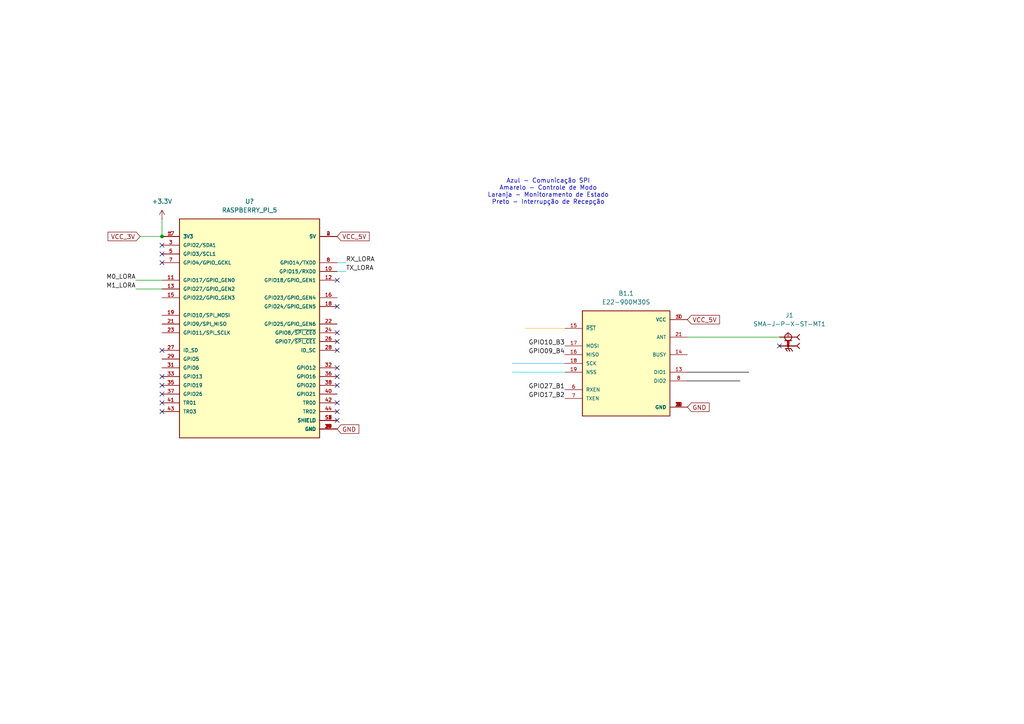
<source format=kicad_sch>
(kicad_sch (version 20250114) (generator "eeschema") (generator_version "9.0")
  (paper "A4")
  (lib_symbols
    (symbol "E22-900M30S_1" (pin_names (offset 1.016))
      (property "Reference" "U" (at -12.7 16.002 0))
      (property "Value" "E22-900M30S" (at -12.7 -17.78 0))
      (symbol "E22-900M30S_1_0_0"
        (rectangle (start -12.7 -15.24) (end 12.7 15.24) (stroke (width 0.254)) (fill (type background)))
        (pin input line (at -17.78 10.16 0) (length 5.08) (name "~{RST}") (number "15"))
        (pin input line (at -17.78 5.08 0) (length 5.08) (name "MOSI") (number "17"))
        (pin output line (at -17.78 2.54 0) (length 5.08) (name "MISO") (number "16"))
        (pin input line (at -17.78 0 0) (length 5.08) (name "SCK") (number "18"))
        (pin input line (at -17.78 -2.54 0) (length 5.08) (name "NSS") (number "19"))
        (pin input line (at -17.78 -7.62 0) (length 5.08) (name "RXEN") (number "6"))
        (pin input line (at -17.78 -10.16 0) (length 5.08) (name "TXEN") (number "7"))
        (pin power_in line (at 17.78 12.7 180) (length 5.08) (name "VCC") (number "10"))
        (pin power_in line (at 17.78 12.7 180) (length 5.08) (name "VCC") (number "9"))
        (pin output line (at 17.78 7.62 180) (length 5.08) (name "ANT") (number "21"))
        (pin output line (at 17.78 2.54 180) (length 5.08) (name "BUSY") (number "14"))
        (pin bidirectional line (at 17.78 -2.54 180) (length 5.08) (name "DIO1") (number "13"))
        (pin bidirectional line (at 17.78 -5.08 180) (length 5.08) (name "DIO2") (number "8"))
        (pin power_in line (at 17.78 -12.7 180) (length 5.08) (name "GND") (number "1"))
        (pin power_in line (at 17.78 -12.7 180) (length 5.08) (name "GND") (number "11"))
        (pin power_in line (at 17.78 -12.7 180) (length 5.08) (name "GND") (number "12"))
        (pin power_in line (at 17.78 -12.7 180) (length 5.08) (name "GND") (number "2"))
        (pin power_in line (at 17.78 -12.7 180) (length 5.08) (name "GND") (number "20"))
        (pin power_in line (at 17.78 -12.7 180) (length 5.08) (name "GND") (number "22"))
        (pin power_in line (at 17.78 -12.7 180) (length 5.08) (name "GND") (number "3"))
        (pin power_in line (at 17.78 -12.7 180) (length 5.08) (name "GND") (number "4"))
        (pin power_in line (at 17.78 -12.7 180) (length 5.08) (name "GND") (number "5"))
      )
    )
    (symbol "RASPBERRY_PI_4B_4GB:RASPBERRY_PI_5" (pin_names (offset 1.016))
      (property "Reference" "U" (at -20.32 33.528 0))
      (property "Value" "RASPBERRY_PI_5" (at -20.32 -33.02 0))
      (symbol "RASPBERRY_PI_5_0_0"
        (rectangle (start -20.32 33.02) (end 20.32 -30.48) (stroke (width 0.254)) (fill (type background)))
        (pin power_in line (at -25.4 27.94 0) (length 5.08) (name "3V3") (number "1"))
        (pin power_in line (at -25.4 27.94 0) (length 5.08) (name "3V3") (number "17"))
        (pin bidirectional line (at -25.4 25.4 0) (length 5.08) (name "GPIO2/SDA1") (number "3"))
        (pin bidirectional line (at -25.4 22.86 0) (length 5.08) (name "GPIO3/SCL1") (number "5"))
        (pin bidirectional line (at -25.4 20.32 0) (length 5.08) (name "GPIO4/GPIO_GCKL") (number "7"))
        (pin bidirectional line (at -25.4 15.24 0) (length 5.08) (name "GPIO17/GPIO_GEN0") (number "11"))
        (pin bidirectional line (at -25.4 12.7 0) (length 5.08) (name "GPIO27/GPIO_GEN2") (number "13"))
        (pin bidirectional line (at -25.4 10.16 0) (length 5.08) (name "GPIO22/GPIO_GEN3") (number "15"))
        (pin bidirectional line (at -25.4 5.08 0) (length 5.08) (name "GPIO10/SPI_MOSI") (number "19"))
        (pin bidirectional line (at -25.4 2.54 0) (length 5.08) (name "GPIO9/SPI_MISO") (number "21"))
        (pin bidirectional line (at -25.4 0 0) (length 5.08) (name "GPIO11/SPI_SCLK") (number "23"))
        (pin bidirectional line (at -25.4 -5.08 0) (length 5.08) (name "ID_SD") (number "27"))
        (pin bidirectional line (at -25.4 -7.62 0) (length 5.08) (name "GPIO5") (number "29"))
        (pin bidirectional line (at -25.4 -10.16 0) (length 5.08) (name "GPIO6") (number "31"))
        (pin bidirectional line (at -25.4 -12.7 0) (length 5.08) (name "GPIO13") (number "33"))
        (pin bidirectional line (at -25.4 -15.24 0) (length 5.08) (name "GPIO19") (number "35"))
        (pin bidirectional line (at -25.4 -17.78 0) (length 5.08) (name "GPIO26") (number "37"))
        (pin bidirectional line (at -25.4 -20.32 0) (length 5.08) (name "TR01") (number "41"))
        (pin bidirectional line (at -25.4 -22.86 0) (length 5.08) (name "TR03") (number "43"))
        (pin power_in line (at 25.4 27.94 180) (length 5.08) (name "5V") (number "2"))
        (pin power_in line (at 25.4 27.94 180) (length 5.08) (name "5V") (number "4"))
        (pin bidirectional line (at 25.4 20.32 180) (length 5.08) (name "GPIO14/TXD0") (number "8"))
        (pin bidirectional line (at 25.4 17.78 180) (length 5.08) (name "GPIO15/RXD0") (number "10"))
        (pin bidirectional line (at 25.4 15.24 180) (length 5.08) (name "GPIO18/GPIO_GEN1") (number "12"))
        (pin bidirectional line (at 25.4 10.16 180) (length 5.08) (name "GPIO23/GPIO_GEN4") (number "16"))
        (pin bidirectional line (at 25.4 7.62 180) (length 5.08) (name "GPIO24/GPIO_GEN5") (number "18"))
        (pin bidirectional line (at 25.4 2.54 180) (length 5.08) (name "GPIO25/GPIO_GEN6") (number "22"))
        (pin bidirectional line (at 25.4 0 180) (length 5.08) (name "GPIO8/~{SPI_CE0}") (number "24"))
        (pin bidirectional line (at 25.4 -2.54 180) (length 5.08) (name "GPIO7/~{SPI_CE1}") (number "26"))
        (pin bidirectional line (at 25.4 -5.08 180) (length 5.08) (name "ID_SC") (number "28"))
        (pin bidirectional line (at 25.4 -10.16 180) (length 5.08) (name "GPIO12") (number "32"))
        (pin bidirectional line (at 25.4 -12.7 180) (length 5.08) (name "GPIO16") (number "36"))
        (pin bidirectional line (at 25.4 -15.24 180) (length 5.08) (name "GPIO20") (number "38"))
        (pin bidirectional line (at 25.4 -17.78 180) (length 5.08) (name "GPIO21") (number "40"))
        (pin bidirectional line (at 25.4 -20.32 180) (length 5.08) (name "TR00") (number "42"))
        (pin bidirectional line (at 25.4 -22.86 180) (length 5.08) (name "TR02") (number "44"))
        (pin power_in line (at 25.4 -25.4 180) (length 5.08) (name "SHIELD") (number "S1"))
        (pin power_in line (at 25.4 -25.4 180) (length 5.08) (name "SHIELD") (number "S2"))
        (pin power_in line (at 25.4 -25.4 180) (length 5.08) (name "SHIELD") (number "S3"))
        (pin power_in line (at 25.4 -25.4 180) (length 5.08) (name "SHIELD") (number "S4"))
        (pin power_in line (at 25.4 -27.94 180) (length 5.08) (name "GND") (number "14"))
        (pin power_in line (at 25.4 -27.94 180) (length 5.08) (name "GND") (number "20"))
        (pin power_in line (at 25.4 -27.94 180) (length 5.08) (name "GND") (number "25"))
        (pin power_in line (at 25.4 -27.94 180) (length 5.08) (name "GND") (number "30"))
        (pin power_in line (at 25.4 -27.94 180) (length 5.08) (name "GND") (number "34"))
        (pin power_in line (at 25.4 -27.94 180) (length 5.08) (name "GND") (number "39"))
        (pin power_in line (at 25.4 -27.94 180) (length 5.08) (name "GND") (number "6"))
        (pin power_in line (at 25.4 -27.94 180) (length 5.08) (name "GND") (number "9"))
      )
    )
    (symbol "SMA-J-P-X-ST-MT1:SMA-J-P-X-ST-MT1" (pin_names (offset 1.016))
      (property "Reference" "J" (at -3.81 4.064 0))
      (property "Value" "SMA-J-P-X-ST-MT1" (at -4.064 -4.318 0))
      (symbol "SMA-J-P-X-ST-MT1_0_0"
        (polyline (pts (xy -3.302 3.302) (xy -2.54 2.54)) (stroke (width 0.254)))
        (polyline (pts (xy -3.302 1.778) (xy -2.54 2.54)) (stroke (width 0.254)))
        (polyline (pts (xy -3.302 0.762) (xy -2.54 0)) (stroke (width 0.254)))
        (polyline (pts (xy -3.302 -0.762) (xy -2.54 0)) (stroke (width 0.254)))
        (polyline (pts (xy -2.54 2.54) (xy 2.54 2.54)) (stroke (width 0.254)))
        (polyline (pts (xy -2.54 0) (xy 0 0)) (stroke (width 0.254)))
        (polyline (pts (xy -1.016 1.524) (xy 0 1.524)) (stroke (width 0.254)))
        (polyline (pts (xy -0.762 -0.762) (xy -1.27 -1.524)) (stroke (width 0.254)))
        (circle (center 0 2.54) (radius 1.016) (stroke (width 0.254)))
        (polyline (pts (xy 0 1.524) (xy 0 0)) (stroke (width 0.254)))
        (polyline (pts (xy 0 1.524) (xy 1.016 1.524)) (stroke (width 0.254)))
        (polyline (pts (xy 0 0) (xy -2.286 0)) (stroke (width 0.254)))
        (polyline (pts (xy 0 0) (xy 0 -0.762)) (stroke (width 0.254)))
        (circle (center 0 0) (radius 0.254) (stroke (width 0.254)))
        (polyline (pts (xy 0 -0.762) (xy -0.762 -0.762)) (stroke (width 0.254)))
        (polyline (pts (xy 0 -0.762) (xy -0.508 -1.524)) (stroke (width 0.254)))
        (polyline (pts (xy 0 -0.762) (xy 0.762 -0.762)) (stroke (width 0.254)))
        (polyline (pts (xy 0.762 -0.762) (xy 0.254 -1.524)) (stroke (width 0.254)))
        (polyline (pts (xy 2.54 0) (xy 0 0)) (stroke (width 0.254)))
        (pin passive line (at 2.54 2.54 180) (length 5.08) (name "~") (number "1"))
        (pin passive line (at 2.54 0 180) (length 5.08) (name "~") (number "2"))
        (pin passive line (at 2.54 0 180) (length 5.08) (name "~") (number "3"))
        (pin passive line (at 2.54 0 180) (length 5.08) (name "~") (number "4"))
        (pin passive line (at 2.54 0 180) (length 5.08) (name "~") (number "5"))
      )
    )
    (symbol "power:+3.3V" (power) (pin_numbers (hide yes)) (pin_names (offset 0) (hide yes))
      (property "Value" "+3.3V" (at 0 3.556 0))
      (symbol "+3.3V_0_1"
        (polyline (pts (xy -0.762 1.27) (xy 0 2.54)))
        (polyline (pts (xy 0 2.54) (xy 0.762 1.27)))
        (polyline (pts (xy 0 0) (xy 0 2.54)))
      )
      (symbol "+3.3V_1_1"
        (pin power_in line (at 0 0 90) (length 0) (name "~") (number "1"))
      )
    )
  )
  (text "Azul - Comunicação SPI\nAmarelo - Controle de Modo\nLaranja - Monitoramento de Estado\nPreto - Interrupção de Recepção" (at 159.004 55.626 0) (effects (font (size 1.27 1.27))))
  (junction (at 46.99 68.58))
  (no_connect (at 97.79 109.22))
  (no_connect (at 97.79 96.52))
  (no_connect (at 226.06 100.33))
  (no_connect (at 97.79 119.38))
  (no_connect (at 97.79 88.9))
  (no_connect (at 97.79 121.92))
  (no_connect (at 46.99 119.38))
  (no_connect (at 97.79 116.84))
  (no_connect (at 46.99 114.3))
  (no_connect (at 46.99 116.84))
  (no_connect (at 97.79 99.06))
  (no_connect (at 46.99 101.6))
  (no_connect (at 46.99 111.76))
  (no_connect (at 46.99 73.66))
  (no_connect (at 97.79 111.76))
  (no_connect (at 46.99 76.2))
  (no_connect (at 46.99 71.12))
  (no_connect (at 46.99 109.22))
  (no_connect (at 97.79 101.6))
  (no_connect (at 97.79 106.68))
  (no_connect (at 97.79 81.28))
  (wire (pts (xy 148.59 105.41) (xy 163.83 105.41)) (stroke (width 0) (color 45 168 255 1)))
  (wire (pts (xy 199.39 110.49) (xy 214.63 110.49)) (stroke (width 0) (color 0 0 0 1)))
  (wire (pts (xy 39.37 83.82) (xy 46.99 83.82)))
  (wire (pts (xy 40.64 68.58) (xy 46.99 68.58)))
  (wire (pts (xy 100.33 76.2) (xy 97.79 76.2)) (stroke (width 0) (color 0 192 255 1)))
  (wire (pts (xy 217.17 107.95) (xy 199.39 107.95)) (stroke (width 0) (color 0 0 0 1)))
  (wire (pts (xy 148.59 107.95) (xy 163.83 107.95)) (stroke (width 0) (color 11 215 255 1)))
  (wire (pts (xy 152.4 95.25) (xy 163.83 95.25)) (stroke (width 0) (color 255 189 42 1)))
  (wire (pts (xy 100.33 78.74) (xy 97.79 78.74)) (stroke (width 0) (color 0 192 255 1)))
  (wire (pts (xy 199.39 97.79) (xy 226.06 97.79)))
  (wire (pts (xy 39.37 81.28) (xy 46.99 81.28)))
  (wire (pts (xy 46.99 63.5) (xy 46.99 68.58)))
  (label "GPIO09_B4" (at 163.83 102.87 180))
  (label "GPIO17_B2" (at 163.83 115.57 180))
  (label "GPIO27_B1" (at 163.83 113.03 180))
  (label "GPIO10_B3" (at 163.83 100.33 180))
  (label "M0_LORA" (at 39.37 81.28 180))
  (label "RX_LORA" (at 100.33 76.2 0))
  (label "TX_LORA" (at 100.33 78.74 0))
  (label "M1_LORA" (at 39.37 83.82 180))
  (global_label "GND" (shape input) (at 97.79 124.46 0) (property "Intersheetrefs" "${INTERSHEET_REFS}" (effects (hide yes))))
  (global_label "VCC_3V" (shape input) (at 40.64 68.58 180) (property "Intersheetrefs" "${INTERSHEET_REFS}" (effects (hide yes))))
  (global_label "GND" (shape input) (at 199.39 118.11 0) (property "Intersheetrefs" "${INTERSHEET_REFS}" (effects (hide yes))))
  (global_label "VCC_5V" (shape input) (at 97.79 68.58 0) (property "Intersheetrefs" "${INTERSHEET_REFS}" (effects (hide yes))))
  (global_label "VCC_5V" (shape input) (at 199.39 92.71 0) (property "Intersheetrefs" "${INTERSHEET_REFS}" (effects (hide yes))))
  (symbol (lib_name "E22-900M30S_1") (lib_id "E22-900M30S:E22-900M30S") (at 181.61 105.41 0) (unit 1)
    (property "Reference" "B1.1" (at 181.61 85.09 0))
    (property "Value" "E22-900M30S" (at 181.61 87.63 0))
    (property "Footprint" "Modulo_LORA:XCVR_E22-900M30S" (effects (hide yes)))
    (property "MF" "EBYTE" (effects (hide yes)))
    (property "MAXIMUM_PACKAGE_HEIGHT" "3.97 mm" (effects (hide yes)))
    (property "Package" "Package" (effects (hide yes)))
    (property "Price" "None" (effects (hide yes)))
    (property "Check_prices" "https://www.snapeda.com/parts/E22-900M30S/EBYTE/view-part/?ref=eda" (effects (hide yes)))
    (property "STANDARD" "Manufacturer Recommendations" (effects (hide yes)))
    (property "PARTREV" "1.2" (effects (hide yes)))
    (property "SnapEDA_Link" "https://www.snapeda.com/parts/E22-900M30S/EBYTE/view-part/?ref=snap" (effects (hide yes)))
    (property "MP" "E22-900M30S" (effects (hide yes)))
    (property "Description_1" "SX1262 868/915 MHz 1w SPI LoRa Module" (effects (hide yes)))
    (property "Availability" "Not in stock" (effects (hide yes)))
    (property "MANUFACTURER" "EBYTE" (effects (hide yes)))
  )
  (symbol (lib_id "power:+3.3V") (at 46.99 63.5 0) (unit 1)
    (property "Reference" "#PWR04" (effects (hide yes)))
    (property "Value" "+3.3V" (at 46.99 58.42 0))
    (property "Description" "Power symbol creates a global label with name \"+3.3V\"" (effects (hide yes)))
  )
  (symbol (lib_id "RASPBERRY_PI_4B_4GB:RASPBERRY_PI_5") (at 72.39 96.52 0) (unit 1)
    (property "Reference" "U?" (at 72.39 58.42 0))
    (property "Value" "RASPBERRY_PI_5" (at 72.39 60.96 0))
    (property "Footprint" "RASPBERRY_PI_4B_4GB:MODULE_RASPBERRY_PI_4B_4GB" (effects (hide yes)))
    (property "MF" "Raspberry Pi" (effects (hide yes)))
    (property "MAXIMUM_PACKAGE_HEIGHT" "16 mm" (effects (hide yes)))
    (property "Package" "None" (effects (hide yes)))
    (property "Price" "None" (effects (hide yes)))
    (property "Check_prices" "https://www.snapeda.com/parts/RASPBERRY%20PI%204B/4GB/Raspberry+Pi/view-part/?ref=eda" (effects (hide yes)))
    (property "STANDARD" "Manufacturer Recommendations" (effects (hide yes)))
    (property "PARTREV" "4" (effects (hide yes)))
    (property "SnapEDA_Link" "https://www.snapeda.com/parts/RASPBERRY%20PI%204B/4GB/Raspberry+Pi/view-part/?ref=snap" (effects (hide yes)))
    (property "MP" "RASPBERRY PI 4B/4GB" (effects (hide yes)))
    (property "Description_1" "BCM2711 Raspberry Pi 4 Model B 4GB - ARM® Cortex®-A72 MPU Embedded Evaluation Board" (effects (hide yes)))
    (property "MANUFACTURER" "Raspberry Pi" (effects (hide yes)))
    (property "Availability" "Not in stock" (effects (hide yes)))
    (property "SNAPEDA_PN" "RASPBERRY PI 4B/4GB" (effects (hide yes)))
  )
  (symbol (lib_id "SMA-J-P-X-ST-MT1:SMA-J-P-X-ST-MT1") (at 228.6 100.33 0) (mirror y) (unit 1)
    (property "Reference" "J1" (at 228.981 91.44 0))
    (property "Value" "SMA-J-P-X-ST-MT1" (at 228.981 93.98 0))
    (property "Footprint" "Conector_Principal_Carro:SAMTEC_SMA-J-P-X-ST-MT1" (effects (hide yes)))
    (property "MF" "Samtec" (effects (hide yes)))
    (property "MAXIMUM_PACKAGE_HEIGHT" "8.08mm" (effects (hide yes)))
    (property "Package" "None" (effects (hide yes)))
    (property "Price" "None" (effects (hide yes)))
    (property "Check_prices" "https://www.snapeda.com/parts/SMA-J-P-H-ST-MT1/Samtec+Inc./view-part/?ref=eda" (effects (hide yes)))
    (property "STANDARD" "Manufacturer Recommendations" (effects (hide yes)))
    (property "PARTREV" "D" (effects (hide yes)))
    (property "SnapEDA_Link" "https://www.snapeda.com/parts/SMA-J-P-H-ST-MT1/Samtec+Inc./view-part/?ref=snap" (effects (hide yes)))
    (property "MP" "SMA-J-P-H-ST-MT1" (effects (hide yes)))
    (property "Description_1" "SMA Connector Jack, Female Socket 50 Ohms Surface Mount, Through Hole Solder" (effects (hide yes)))
    (property "Availability" "In Stock" (effects (hide yes)))
    (property "MANUFACTURER" "Samtec" (effects (hide yes)))
  )
)
</source>
